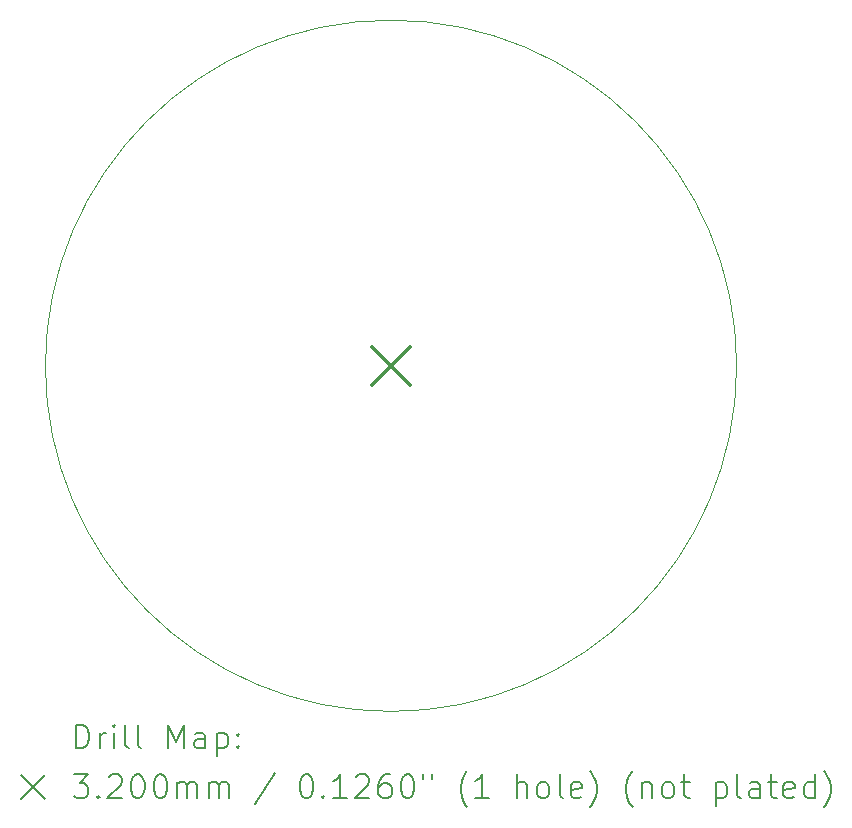
<source format=gbr>
%TF.GenerationSoftware,KiCad,Pcbnew,8.0.9*%
%TF.CreationDate,2025-12-12T10:11:09+01:00*%
%TF.ProjectId,Project,50726f6a-6563-4742-9e6b-696361645f70,rev?*%
%TF.SameCoordinates,Original*%
%TF.FileFunction,Drillmap*%
%TF.FilePolarity,Positive*%
%FSLAX45Y45*%
G04 Gerber Fmt 4.5, Leading zero omitted, Abs format (unit mm)*
G04 Created by KiCad (PCBNEW 8.0.9) date 2025-12-12 10:11:09*
%MOMM*%
%LPD*%
G01*
G04 APERTURE LIST*
%ADD10C,0.050000*%
%ADD11C,0.200000*%
%ADD12C,0.320000*%
G04 APERTURE END LIST*
D10*
X20843403Y-10007600D02*
G75*
G02*
X14990917Y-10007600I-2926243J0D01*
G01*
X14990917Y-10007600D02*
G75*
G02*
X20843403Y-10007600I2926243J0D01*
G01*
D11*
D12*
X17757160Y-9847600D02*
X18077160Y-10167600D01*
X18077160Y-9847600D02*
X17757160Y-10167600D01*
D11*
X15249194Y-13247827D02*
X15249194Y-13047827D01*
X15249194Y-13047827D02*
X15296813Y-13047827D01*
X15296813Y-13047827D02*
X15325384Y-13057351D01*
X15325384Y-13057351D02*
X15344432Y-13076398D01*
X15344432Y-13076398D02*
X15353956Y-13095446D01*
X15353956Y-13095446D02*
X15363479Y-13133541D01*
X15363479Y-13133541D02*
X15363479Y-13162113D01*
X15363479Y-13162113D02*
X15353956Y-13200208D01*
X15353956Y-13200208D02*
X15344432Y-13219255D01*
X15344432Y-13219255D02*
X15325384Y-13238303D01*
X15325384Y-13238303D02*
X15296813Y-13247827D01*
X15296813Y-13247827D02*
X15249194Y-13247827D01*
X15449194Y-13247827D02*
X15449194Y-13114493D01*
X15449194Y-13152589D02*
X15458717Y-13133541D01*
X15458717Y-13133541D02*
X15468241Y-13124017D01*
X15468241Y-13124017D02*
X15487289Y-13114493D01*
X15487289Y-13114493D02*
X15506337Y-13114493D01*
X15573003Y-13247827D02*
X15573003Y-13114493D01*
X15573003Y-13047827D02*
X15563479Y-13057351D01*
X15563479Y-13057351D02*
X15573003Y-13066874D01*
X15573003Y-13066874D02*
X15582527Y-13057351D01*
X15582527Y-13057351D02*
X15573003Y-13047827D01*
X15573003Y-13047827D02*
X15573003Y-13066874D01*
X15696813Y-13247827D02*
X15677765Y-13238303D01*
X15677765Y-13238303D02*
X15668241Y-13219255D01*
X15668241Y-13219255D02*
X15668241Y-13047827D01*
X15801575Y-13247827D02*
X15782527Y-13238303D01*
X15782527Y-13238303D02*
X15773003Y-13219255D01*
X15773003Y-13219255D02*
X15773003Y-13047827D01*
X16030146Y-13247827D02*
X16030146Y-13047827D01*
X16030146Y-13047827D02*
X16096813Y-13190684D01*
X16096813Y-13190684D02*
X16163479Y-13047827D01*
X16163479Y-13047827D02*
X16163479Y-13247827D01*
X16344432Y-13247827D02*
X16344432Y-13143065D01*
X16344432Y-13143065D02*
X16334908Y-13124017D01*
X16334908Y-13124017D02*
X16315860Y-13114493D01*
X16315860Y-13114493D02*
X16277765Y-13114493D01*
X16277765Y-13114493D02*
X16258717Y-13124017D01*
X16344432Y-13238303D02*
X16325384Y-13247827D01*
X16325384Y-13247827D02*
X16277765Y-13247827D01*
X16277765Y-13247827D02*
X16258717Y-13238303D01*
X16258717Y-13238303D02*
X16249194Y-13219255D01*
X16249194Y-13219255D02*
X16249194Y-13200208D01*
X16249194Y-13200208D02*
X16258717Y-13181160D01*
X16258717Y-13181160D02*
X16277765Y-13171636D01*
X16277765Y-13171636D02*
X16325384Y-13171636D01*
X16325384Y-13171636D02*
X16344432Y-13162113D01*
X16439670Y-13114493D02*
X16439670Y-13314493D01*
X16439670Y-13124017D02*
X16458717Y-13114493D01*
X16458717Y-13114493D02*
X16496813Y-13114493D01*
X16496813Y-13114493D02*
X16515860Y-13124017D01*
X16515860Y-13124017D02*
X16525384Y-13133541D01*
X16525384Y-13133541D02*
X16534908Y-13152589D01*
X16534908Y-13152589D02*
X16534908Y-13209732D01*
X16534908Y-13209732D02*
X16525384Y-13228779D01*
X16525384Y-13228779D02*
X16515860Y-13238303D01*
X16515860Y-13238303D02*
X16496813Y-13247827D01*
X16496813Y-13247827D02*
X16458717Y-13247827D01*
X16458717Y-13247827D02*
X16439670Y-13238303D01*
X16620622Y-13228779D02*
X16630146Y-13238303D01*
X16630146Y-13238303D02*
X16620622Y-13247827D01*
X16620622Y-13247827D02*
X16611098Y-13238303D01*
X16611098Y-13238303D02*
X16620622Y-13228779D01*
X16620622Y-13228779D02*
X16620622Y-13247827D01*
X16620622Y-13124017D02*
X16630146Y-13133541D01*
X16630146Y-13133541D02*
X16620622Y-13143065D01*
X16620622Y-13143065D02*
X16611098Y-13133541D01*
X16611098Y-13133541D02*
X16620622Y-13124017D01*
X16620622Y-13124017D02*
X16620622Y-13143065D01*
X14788417Y-13476343D02*
X14988417Y-13676343D01*
X14988417Y-13476343D02*
X14788417Y-13676343D01*
X15230146Y-13467827D02*
X15353956Y-13467827D01*
X15353956Y-13467827D02*
X15287289Y-13544017D01*
X15287289Y-13544017D02*
X15315860Y-13544017D01*
X15315860Y-13544017D02*
X15334908Y-13553541D01*
X15334908Y-13553541D02*
X15344432Y-13563065D01*
X15344432Y-13563065D02*
X15353956Y-13582113D01*
X15353956Y-13582113D02*
X15353956Y-13629732D01*
X15353956Y-13629732D02*
X15344432Y-13648779D01*
X15344432Y-13648779D02*
X15334908Y-13658303D01*
X15334908Y-13658303D02*
X15315860Y-13667827D01*
X15315860Y-13667827D02*
X15258717Y-13667827D01*
X15258717Y-13667827D02*
X15239670Y-13658303D01*
X15239670Y-13658303D02*
X15230146Y-13648779D01*
X15439670Y-13648779D02*
X15449194Y-13658303D01*
X15449194Y-13658303D02*
X15439670Y-13667827D01*
X15439670Y-13667827D02*
X15430146Y-13658303D01*
X15430146Y-13658303D02*
X15439670Y-13648779D01*
X15439670Y-13648779D02*
X15439670Y-13667827D01*
X15525384Y-13486874D02*
X15534908Y-13477351D01*
X15534908Y-13477351D02*
X15553956Y-13467827D01*
X15553956Y-13467827D02*
X15601575Y-13467827D01*
X15601575Y-13467827D02*
X15620622Y-13477351D01*
X15620622Y-13477351D02*
X15630146Y-13486874D01*
X15630146Y-13486874D02*
X15639670Y-13505922D01*
X15639670Y-13505922D02*
X15639670Y-13524970D01*
X15639670Y-13524970D02*
X15630146Y-13553541D01*
X15630146Y-13553541D02*
X15515860Y-13667827D01*
X15515860Y-13667827D02*
X15639670Y-13667827D01*
X15763479Y-13467827D02*
X15782527Y-13467827D01*
X15782527Y-13467827D02*
X15801575Y-13477351D01*
X15801575Y-13477351D02*
X15811098Y-13486874D01*
X15811098Y-13486874D02*
X15820622Y-13505922D01*
X15820622Y-13505922D02*
X15830146Y-13544017D01*
X15830146Y-13544017D02*
X15830146Y-13591636D01*
X15830146Y-13591636D02*
X15820622Y-13629732D01*
X15820622Y-13629732D02*
X15811098Y-13648779D01*
X15811098Y-13648779D02*
X15801575Y-13658303D01*
X15801575Y-13658303D02*
X15782527Y-13667827D01*
X15782527Y-13667827D02*
X15763479Y-13667827D01*
X15763479Y-13667827D02*
X15744432Y-13658303D01*
X15744432Y-13658303D02*
X15734908Y-13648779D01*
X15734908Y-13648779D02*
X15725384Y-13629732D01*
X15725384Y-13629732D02*
X15715860Y-13591636D01*
X15715860Y-13591636D02*
X15715860Y-13544017D01*
X15715860Y-13544017D02*
X15725384Y-13505922D01*
X15725384Y-13505922D02*
X15734908Y-13486874D01*
X15734908Y-13486874D02*
X15744432Y-13477351D01*
X15744432Y-13477351D02*
X15763479Y-13467827D01*
X15953956Y-13467827D02*
X15973003Y-13467827D01*
X15973003Y-13467827D02*
X15992051Y-13477351D01*
X15992051Y-13477351D02*
X16001575Y-13486874D01*
X16001575Y-13486874D02*
X16011098Y-13505922D01*
X16011098Y-13505922D02*
X16020622Y-13544017D01*
X16020622Y-13544017D02*
X16020622Y-13591636D01*
X16020622Y-13591636D02*
X16011098Y-13629732D01*
X16011098Y-13629732D02*
X16001575Y-13648779D01*
X16001575Y-13648779D02*
X15992051Y-13658303D01*
X15992051Y-13658303D02*
X15973003Y-13667827D01*
X15973003Y-13667827D02*
X15953956Y-13667827D01*
X15953956Y-13667827D02*
X15934908Y-13658303D01*
X15934908Y-13658303D02*
X15925384Y-13648779D01*
X15925384Y-13648779D02*
X15915860Y-13629732D01*
X15915860Y-13629732D02*
X15906337Y-13591636D01*
X15906337Y-13591636D02*
X15906337Y-13544017D01*
X15906337Y-13544017D02*
X15915860Y-13505922D01*
X15915860Y-13505922D02*
X15925384Y-13486874D01*
X15925384Y-13486874D02*
X15934908Y-13477351D01*
X15934908Y-13477351D02*
X15953956Y-13467827D01*
X16106337Y-13667827D02*
X16106337Y-13534493D01*
X16106337Y-13553541D02*
X16115860Y-13544017D01*
X16115860Y-13544017D02*
X16134908Y-13534493D01*
X16134908Y-13534493D02*
X16163479Y-13534493D01*
X16163479Y-13534493D02*
X16182527Y-13544017D01*
X16182527Y-13544017D02*
X16192051Y-13563065D01*
X16192051Y-13563065D02*
X16192051Y-13667827D01*
X16192051Y-13563065D02*
X16201575Y-13544017D01*
X16201575Y-13544017D02*
X16220622Y-13534493D01*
X16220622Y-13534493D02*
X16249194Y-13534493D01*
X16249194Y-13534493D02*
X16268241Y-13544017D01*
X16268241Y-13544017D02*
X16277765Y-13563065D01*
X16277765Y-13563065D02*
X16277765Y-13667827D01*
X16373003Y-13667827D02*
X16373003Y-13534493D01*
X16373003Y-13553541D02*
X16382527Y-13544017D01*
X16382527Y-13544017D02*
X16401575Y-13534493D01*
X16401575Y-13534493D02*
X16430146Y-13534493D01*
X16430146Y-13534493D02*
X16449194Y-13544017D01*
X16449194Y-13544017D02*
X16458718Y-13563065D01*
X16458718Y-13563065D02*
X16458718Y-13667827D01*
X16458718Y-13563065D02*
X16468241Y-13544017D01*
X16468241Y-13544017D02*
X16487289Y-13534493D01*
X16487289Y-13534493D02*
X16515860Y-13534493D01*
X16515860Y-13534493D02*
X16534908Y-13544017D01*
X16534908Y-13544017D02*
X16544432Y-13563065D01*
X16544432Y-13563065D02*
X16544432Y-13667827D01*
X16934908Y-13458303D02*
X16763480Y-13715446D01*
X17192051Y-13467827D02*
X17211099Y-13467827D01*
X17211099Y-13467827D02*
X17230146Y-13477351D01*
X17230146Y-13477351D02*
X17239670Y-13486874D01*
X17239670Y-13486874D02*
X17249194Y-13505922D01*
X17249194Y-13505922D02*
X17258718Y-13544017D01*
X17258718Y-13544017D02*
X17258718Y-13591636D01*
X17258718Y-13591636D02*
X17249194Y-13629732D01*
X17249194Y-13629732D02*
X17239670Y-13648779D01*
X17239670Y-13648779D02*
X17230146Y-13658303D01*
X17230146Y-13658303D02*
X17211099Y-13667827D01*
X17211099Y-13667827D02*
X17192051Y-13667827D01*
X17192051Y-13667827D02*
X17173003Y-13658303D01*
X17173003Y-13658303D02*
X17163480Y-13648779D01*
X17163480Y-13648779D02*
X17153956Y-13629732D01*
X17153956Y-13629732D02*
X17144432Y-13591636D01*
X17144432Y-13591636D02*
X17144432Y-13544017D01*
X17144432Y-13544017D02*
X17153956Y-13505922D01*
X17153956Y-13505922D02*
X17163480Y-13486874D01*
X17163480Y-13486874D02*
X17173003Y-13477351D01*
X17173003Y-13477351D02*
X17192051Y-13467827D01*
X17344432Y-13648779D02*
X17353956Y-13658303D01*
X17353956Y-13658303D02*
X17344432Y-13667827D01*
X17344432Y-13667827D02*
X17334908Y-13658303D01*
X17334908Y-13658303D02*
X17344432Y-13648779D01*
X17344432Y-13648779D02*
X17344432Y-13667827D01*
X17544432Y-13667827D02*
X17430146Y-13667827D01*
X17487289Y-13667827D02*
X17487289Y-13467827D01*
X17487289Y-13467827D02*
X17468242Y-13496398D01*
X17468242Y-13496398D02*
X17449194Y-13515446D01*
X17449194Y-13515446D02*
X17430146Y-13524970D01*
X17620623Y-13486874D02*
X17630146Y-13477351D01*
X17630146Y-13477351D02*
X17649194Y-13467827D01*
X17649194Y-13467827D02*
X17696813Y-13467827D01*
X17696813Y-13467827D02*
X17715861Y-13477351D01*
X17715861Y-13477351D02*
X17725384Y-13486874D01*
X17725384Y-13486874D02*
X17734908Y-13505922D01*
X17734908Y-13505922D02*
X17734908Y-13524970D01*
X17734908Y-13524970D02*
X17725384Y-13553541D01*
X17725384Y-13553541D02*
X17611099Y-13667827D01*
X17611099Y-13667827D02*
X17734908Y-13667827D01*
X17906337Y-13467827D02*
X17868242Y-13467827D01*
X17868242Y-13467827D02*
X17849194Y-13477351D01*
X17849194Y-13477351D02*
X17839670Y-13486874D01*
X17839670Y-13486874D02*
X17820623Y-13515446D01*
X17820623Y-13515446D02*
X17811099Y-13553541D01*
X17811099Y-13553541D02*
X17811099Y-13629732D01*
X17811099Y-13629732D02*
X17820623Y-13648779D01*
X17820623Y-13648779D02*
X17830146Y-13658303D01*
X17830146Y-13658303D02*
X17849194Y-13667827D01*
X17849194Y-13667827D02*
X17887289Y-13667827D01*
X17887289Y-13667827D02*
X17906337Y-13658303D01*
X17906337Y-13658303D02*
X17915861Y-13648779D01*
X17915861Y-13648779D02*
X17925384Y-13629732D01*
X17925384Y-13629732D02*
X17925384Y-13582113D01*
X17925384Y-13582113D02*
X17915861Y-13563065D01*
X17915861Y-13563065D02*
X17906337Y-13553541D01*
X17906337Y-13553541D02*
X17887289Y-13544017D01*
X17887289Y-13544017D02*
X17849194Y-13544017D01*
X17849194Y-13544017D02*
X17830146Y-13553541D01*
X17830146Y-13553541D02*
X17820623Y-13563065D01*
X17820623Y-13563065D02*
X17811099Y-13582113D01*
X18049194Y-13467827D02*
X18068242Y-13467827D01*
X18068242Y-13467827D02*
X18087289Y-13477351D01*
X18087289Y-13477351D02*
X18096813Y-13486874D01*
X18096813Y-13486874D02*
X18106337Y-13505922D01*
X18106337Y-13505922D02*
X18115861Y-13544017D01*
X18115861Y-13544017D02*
X18115861Y-13591636D01*
X18115861Y-13591636D02*
X18106337Y-13629732D01*
X18106337Y-13629732D02*
X18096813Y-13648779D01*
X18096813Y-13648779D02*
X18087289Y-13658303D01*
X18087289Y-13658303D02*
X18068242Y-13667827D01*
X18068242Y-13667827D02*
X18049194Y-13667827D01*
X18049194Y-13667827D02*
X18030146Y-13658303D01*
X18030146Y-13658303D02*
X18020623Y-13648779D01*
X18020623Y-13648779D02*
X18011099Y-13629732D01*
X18011099Y-13629732D02*
X18001575Y-13591636D01*
X18001575Y-13591636D02*
X18001575Y-13544017D01*
X18001575Y-13544017D02*
X18011099Y-13505922D01*
X18011099Y-13505922D02*
X18020623Y-13486874D01*
X18020623Y-13486874D02*
X18030146Y-13477351D01*
X18030146Y-13477351D02*
X18049194Y-13467827D01*
X18192051Y-13467827D02*
X18192051Y-13505922D01*
X18268242Y-13467827D02*
X18268242Y-13505922D01*
X18563480Y-13744017D02*
X18553956Y-13734493D01*
X18553956Y-13734493D02*
X18534908Y-13705922D01*
X18534908Y-13705922D02*
X18525385Y-13686874D01*
X18525385Y-13686874D02*
X18515861Y-13658303D01*
X18515861Y-13658303D02*
X18506337Y-13610684D01*
X18506337Y-13610684D02*
X18506337Y-13572589D01*
X18506337Y-13572589D02*
X18515861Y-13524970D01*
X18515861Y-13524970D02*
X18525385Y-13496398D01*
X18525385Y-13496398D02*
X18534908Y-13477351D01*
X18534908Y-13477351D02*
X18553956Y-13448779D01*
X18553956Y-13448779D02*
X18563480Y-13439255D01*
X18744432Y-13667827D02*
X18630146Y-13667827D01*
X18687289Y-13667827D02*
X18687289Y-13467827D01*
X18687289Y-13467827D02*
X18668242Y-13496398D01*
X18668242Y-13496398D02*
X18649194Y-13515446D01*
X18649194Y-13515446D02*
X18630146Y-13524970D01*
X18982527Y-13667827D02*
X18982527Y-13467827D01*
X19068242Y-13667827D02*
X19068242Y-13563065D01*
X19068242Y-13563065D02*
X19058718Y-13544017D01*
X19058718Y-13544017D02*
X19039670Y-13534493D01*
X19039670Y-13534493D02*
X19011099Y-13534493D01*
X19011099Y-13534493D02*
X18992051Y-13544017D01*
X18992051Y-13544017D02*
X18982527Y-13553541D01*
X19192051Y-13667827D02*
X19173004Y-13658303D01*
X19173004Y-13658303D02*
X19163480Y-13648779D01*
X19163480Y-13648779D02*
X19153956Y-13629732D01*
X19153956Y-13629732D02*
X19153956Y-13572589D01*
X19153956Y-13572589D02*
X19163480Y-13553541D01*
X19163480Y-13553541D02*
X19173004Y-13544017D01*
X19173004Y-13544017D02*
X19192051Y-13534493D01*
X19192051Y-13534493D02*
X19220623Y-13534493D01*
X19220623Y-13534493D02*
X19239670Y-13544017D01*
X19239670Y-13544017D02*
X19249194Y-13553541D01*
X19249194Y-13553541D02*
X19258718Y-13572589D01*
X19258718Y-13572589D02*
X19258718Y-13629732D01*
X19258718Y-13629732D02*
X19249194Y-13648779D01*
X19249194Y-13648779D02*
X19239670Y-13658303D01*
X19239670Y-13658303D02*
X19220623Y-13667827D01*
X19220623Y-13667827D02*
X19192051Y-13667827D01*
X19373004Y-13667827D02*
X19353956Y-13658303D01*
X19353956Y-13658303D02*
X19344432Y-13639255D01*
X19344432Y-13639255D02*
X19344432Y-13467827D01*
X19525385Y-13658303D02*
X19506337Y-13667827D01*
X19506337Y-13667827D02*
X19468242Y-13667827D01*
X19468242Y-13667827D02*
X19449194Y-13658303D01*
X19449194Y-13658303D02*
X19439670Y-13639255D01*
X19439670Y-13639255D02*
X19439670Y-13563065D01*
X19439670Y-13563065D02*
X19449194Y-13544017D01*
X19449194Y-13544017D02*
X19468242Y-13534493D01*
X19468242Y-13534493D02*
X19506337Y-13534493D01*
X19506337Y-13534493D02*
X19525385Y-13544017D01*
X19525385Y-13544017D02*
X19534908Y-13563065D01*
X19534908Y-13563065D02*
X19534908Y-13582113D01*
X19534908Y-13582113D02*
X19439670Y-13601160D01*
X19601575Y-13744017D02*
X19611099Y-13734493D01*
X19611099Y-13734493D02*
X19630147Y-13705922D01*
X19630147Y-13705922D02*
X19639670Y-13686874D01*
X19639670Y-13686874D02*
X19649194Y-13658303D01*
X19649194Y-13658303D02*
X19658718Y-13610684D01*
X19658718Y-13610684D02*
X19658718Y-13572589D01*
X19658718Y-13572589D02*
X19649194Y-13524970D01*
X19649194Y-13524970D02*
X19639670Y-13496398D01*
X19639670Y-13496398D02*
X19630147Y-13477351D01*
X19630147Y-13477351D02*
X19611099Y-13448779D01*
X19611099Y-13448779D02*
X19601575Y-13439255D01*
X19963480Y-13744017D02*
X19953956Y-13734493D01*
X19953956Y-13734493D02*
X19934908Y-13705922D01*
X19934908Y-13705922D02*
X19925385Y-13686874D01*
X19925385Y-13686874D02*
X19915861Y-13658303D01*
X19915861Y-13658303D02*
X19906337Y-13610684D01*
X19906337Y-13610684D02*
X19906337Y-13572589D01*
X19906337Y-13572589D02*
X19915861Y-13524970D01*
X19915861Y-13524970D02*
X19925385Y-13496398D01*
X19925385Y-13496398D02*
X19934908Y-13477351D01*
X19934908Y-13477351D02*
X19953956Y-13448779D01*
X19953956Y-13448779D02*
X19963480Y-13439255D01*
X20039670Y-13534493D02*
X20039670Y-13667827D01*
X20039670Y-13553541D02*
X20049194Y-13544017D01*
X20049194Y-13544017D02*
X20068242Y-13534493D01*
X20068242Y-13534493D02*
X20096813Y-13534493D01*
X20096813Y-13534493D02*
X20115861Y-13544017D01*
X20115861Y-13544017D02*
X20125385Y-13563065D01*
X20125385Y-13563065D02*
X20125385Y-13667827D01*
X20249194Y-13667827D02*
X20230147Y-13658303D01*
X20230147Y-13658303D02*
X20220623Y-13648779D01*
X20220623Y-13648779D02*
X20211099Y-13629732D01*
X20211099Y-13629732D02*
X20211099Y-13572589D01*
X20211099Y-13572589D02*
X20220623Y-13553541D01*
X20220623Y-13553541D02*
X20230147Y-13544017D01*
X20230147Y-13544017D02*
X20249194Y-13534493D01*
X20249194Y-13534493D02*
X20277766Y-13534493D01*
X20277766Y-13534493D02*
X20296813Y-13544017D01*
X20296813Y-13544017D02*
X20306337Y-13553541D01*
X20306337Y-13553541D02*
X20315861Y-13572589D01*
X20315861Y-13572589D02*
X20315861Y-13629732D01*
X20315861Y-13629732D02*
X20306337Y-13648779D01*
X20306337Y-13648779D02*
X20296813Y-13658303D01*
X20296813Y-13658303D02*
X20277766Y-13667827D01*
X20277766Y-13667827D02*
X20249194Y-13667827D01*
X20373004Y-13534493D02*
X20449194Y-13534493D01*
X20401575Y-13467827D02*
X20401575Y-13639255D01*
X20401575Y-13639255D02*
X20411099Y-13658303D01*
X20411099Y-13658303D02*
X20430147Y-13667827D01*
X20430147Y-13667827D02*
X20449194Y-13667827D01*
X20668242Y-13534493D02*
X20668242Y-13734493D01*
X20668242Y-13544017D02*
X20687289Y-13534493D01*
X20687289Y-13534493D02*
X20725385Y-13534493D01*
X20725385Y-13534493D02*
X20744432Y-13544017D01*
X20744432Y-13544017D02*
X20753956Y-13553541D01*
X20753956Y-13553541D02*
X20763480Y-13572589D01*
X20763480Y-13572589D02*
X20763480Y-13629732D01*
X20763480Y-13629732D02*
X20753956Y-13648779D01*
X20753956Y-13648779D02*
X20744432Y-13658303D01*
X20744432Y-13658303D02*
X20725385Y-13667827D01*
X20725385Y-13667827D02*
X20687289Y-13667827D01*
X20687289Y-13667827D02*
X20668242Y-13658303D01*
X20877766Y-13667827D02*
X20858718Y-13658303D01*
X20858718Y-13658303D02*
X20849194Y-13639255D01*
X20849194Y-13639255D02*
X20849194Y-13467827D01*
X21039670Y-13667827D02*
X21039670Y-13563065D01*
X21039670Y-13563065D02*
X21030147Y-13544017D01*
X21030147Y-13544017D02*
X21011099Y-13534493D01*
X21011099Y-13534493D02*
X20973004Y-13534493D01*
X20973004Y-13534493D02*
X20953956Y-13544017D01*
X21039670Y-13658303D02*
X21020623Y-13667827D01*
X21020623Y-13667827D02*
X20973004Y-13667827D01*
X20973004Y-13667827D02*
X20953956Y-13658303D01*
X20953956Y-13658303D02*
X20944432Y-13639255D01*
X20944432Y-13639255D02*
X20944432Y-13620208D01*
X20944432Y-13620208D02*
X20953956Y-13601160D01*
X20953956Y-13601160D02*
X20973004Y-13591636D01*
X20973004Y-13591636D02*
X21020623Y-13591636D01*
X21020623Y-13591636D02*
X21039670Y-13582113D01*
X21106337Y-13534493D02*
X21182528Y-13534493D01*
X21134909Y-13467827D02*
X21134909Y-13639255D01*
X21134909Y-13639255D02*
X21144432Y-13658303D01*
X21144432Y-13658303D02*
X21163480Y-13667827D01*
X21163480Y-13667827D02*
X21182528Y-13667827D01*
X21325385Y-13658303D02*
X21306337Y-13667827D01*
X21306337Y-13667827D02*
X21268242Y-13667827D01*
X21268242Y-13667827D02*
X21249194Y-13658303D01*
X21249194Y-13658303D02*
X21239670Y-13639255D01*
X21239670Y-13639255D02*
X21239670Y-13563065D01*
X21239670Y-13563065D02*
X21249194Y-13544017D01*
X21249194Y-13544017D02*
X21268242Y-13534493D01*
X21268242Y-13534493D02*
X21306337Y-13534493D01*
X21306337Y-13534493D02*
X21325385Y-13544017D01*
X21325385Y-13544017D02*
X21334909Y-13563065D01*
X21334909Y-13563065D02*
X21334909Y-13582113D01*
X21334909Y-13582113D02*
X21239670Y-13601160D01*
X21506337Y-13667827D02*
X21506337Y-13467827D01*
X21506337Y-13658303D02*
X21487290Y-13667827D01*
X21487290Y-13667827D02*
X21449194Y-13667827D01*
X21449194Y-13667827D02*
X21430147Y-13658303D01*
X21430147Y-13658303D02*
X21420623Y-13648779D01*
X21420623Y-13648779D02*
X21411099Y-13629732D01*
X21411099Y-13629732D02*
X21411099Y-13572589D01*
X21411099Y-13572589D02*
X21420623Y-13553541D01*
X21420623Y-13553541D02*
X21430147Y-13544017D01*
X21430147Y-13544017D02*
X21449194Y-13534493D01*
X21449194Y-13534493D02*
X21487290Y-13534493D01*
X21487290Y-13534493D02*
X21506337Y-13544017D01*
X21582528Y-13744017D02*
X21592051Y-13734493D01*
X21592051Y-13734493D02*
X21611099Y-13705922D01*
X21611099Y-13705922D02*
X21620623Y-13686874D01*
X21620623Y-13686874D02*
X21630147Y-13658303D01*
X21630147Y-13658303D02*
X21639670Y-13610684D01*
X21639670Y-13610684D02*
X21639670Y-13572589D01*
X21639670Y-13572589D02*
X21630147Y-13524970D01*
X21630147Y-13524970D02*
X21620623Y-13496398D01*
X21620623Y-13496398D02*
X21611099Y-13477351D01*
X21611099Y-13477351D02*
X21592051Y-13448779D01*
X21592051Y-13448779D02*
X21582528Y-13439255D01*
M02*

</source>
